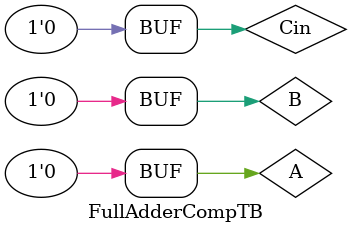
<source format=v>
`timescale 1ns / 1ps


module FullAdderCompTB(

    );

reg A;
reg B;
reg Cin;
wire Cout;
wire S;

FullAdderComp u1 (.A(A), .B(B), .Cin(Cin), .Cout(Cout), .S(S));

initial begin
//000
B = 1'b0;
A = 1'b0;
Cin = 1'b0;

#5
//001
B = 1'b1;
A = 1'b0;
Cin = 1'b0;

#5
//010
B = 1'b0;
A = 1'b1;
Cin = 1'b0;

#5
//011
B = 1'b1;
A = 1'b1;
Cin = 1'b0;

#5
//100
B = 1'b0;
A = 1'b0;
Cin = 1'b1;

#5
//101
B = 1'b1;
A = 1'b0;
Cin = 1'b1;

#5
//110
B = 1'b0;
A = 1'b1;
Cin = 1'b1;

#5
//111
B = 1'b1;
A = 1'b1;
Cin = 1'b1;

#5;
//000
B = 1'b0;
A = 1'b0;
Cin = 1'b0;
end
endmodule

</source>
